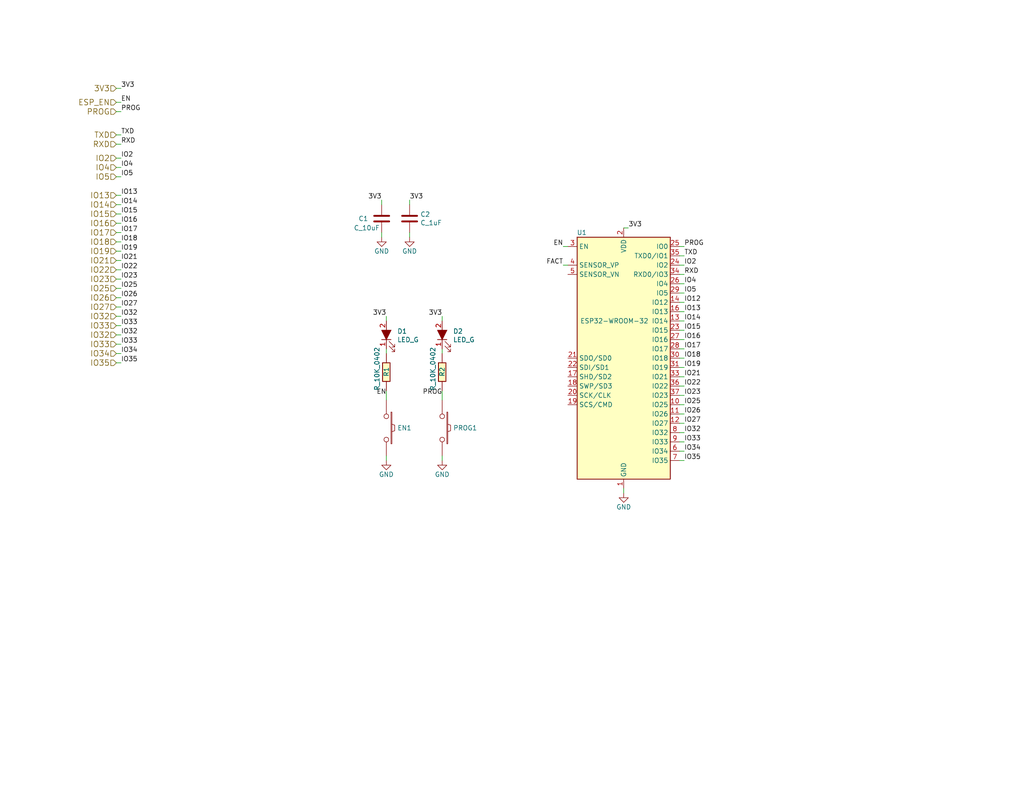
<source format=kicad_sch>
(kicad_sch (version 20211123) (generator eeschema)
  (paper "USLetter")
  (lib_symbols
    (symbol "Open_Automation:C_10uF" (pin_numbers hide) (pin_names (offset 0.254))
      (property "Reference" "C" (at 0.635 2.54 0))
      (property "Value" "Open_Automation_C_10uF" (at 1.27 -2.54 0))
      (symbol "C_10uF_0_1"
        (polyline (pts (xy -2.032 -0.762) (xy 2.032 -0.762)) (stroke (width 0.508)))
        (polyline (pts (xy -2.032 0.762) (xy 2.032 0.762)) (stroke (width 0.508)))
      )
      (symbol "C_10uF_1_1"
        (pin passive line (at 0 3.81 270) (length 2.794) (name "~") (number "1"))
        (pin passive line (at 0 -3.81 90) (length 2.794) (name "~") (number "2"))
      )
    )
    (symbol "Open_Automation:C_1uF" (pin_numbers hide) (pin_names (offset 0.254))
      (property "Reference" "C" (at 0.635 2.54 0))
      (property "Value" "Open_Automation_C_1uF" (at -5.715 -2.54 0))
      (symbol "C_1uF_0_1"
        (polyline (pts (xy -2.032 -0.762) (xy 2.032 -0.762)) (stroke (width 0.508)))
        (polyline (pts (xy -2.032 0.762) (xy 2.032 0.762)) (stroke (width 0.508)))
      )
      (symbol "C_1uF_1_1"
        (pin passive line (at 0 3.81 270) (length 2.794) (name "~") (number "1"))
        (pin passive line (at 0 -3.81 90) (length 2.794) (name "~") (number "2"))
      )
    )
    (symbol "Open_Automation:ESP32-WROOM-32"
      (property "Reference" "U" (at -12.7 34.29 0))
      (property "Value" "Open_Automation_ESP32-WROOM-32" (at 1.27 34.29 0))
      (symbol "ESP32-WROOM-32_0_1"
        (rectangle (start -12.7 33.02) (end 12.7 -33.02) (stroke (width 0.254)) (fill (type background)))
      )
      (symbol "ESP32-WROOM-32_1_1"
        (pin power_in line (at 0 -35.56 90) (length 2.54) (name "GND") (number "1"))
        (pin bidirectional line (at 15.24 -12.7 180) (length 2.54) (name "IO25") (number "10"))
        (pin bidirectional line (at 15.24 -15.24 180) (length 2.54) (name "IO26") (number "11"))
        (pin bidirectional line (at 15.24 -17.78 180) (length 2.54) (name "IO27") (number "12"))
        (pin bidirectional line (at 15.24 10.16 180) (length 2.54) (name "IO14") (number "13"))
        (pin bidirectional line (at 15.24 15.24 180) (length 2.54) (name "IO12") (number "14"))
        (pin passive line (at 0 -35.56 90) (length 2.54) hide (name "GND") (number "15"))
        (pin bidirectional line (at 15.24 12.7 180) (length 2.54) (name "IO13") (number "16"))
        (pin bidirectional line (at -15.24 -5.08 0) (length 2.54) (name "SHD/SD2") (number "17"))
        (pin bidirectional line (at -15.24 -7.62 0) (length 2.54) (name "SWP/SD3") (number "18"))
        (pin bidirectional line (at -15.24 -12.7 0) (length 2.54) (name "SCS/CMD") (number "19"))
        (pin power_in line (at 0 35.56 270) (length 2.54) (name "VDD") (number "2"))
        (pin bidirectional line (at -15.24 -10.16 0) (length 2.54) (name "SCK/CLK") (number "20"))
        (pin bidirectional line (at -15.24 0 0) (length 2.54) (name "SDO/SD0") (number "21"))
        (pin bidirectional line (at -15.24 -2.54 0) (length 2.54) (name "SDI/SD1") (number "22"))
        (pin bidirectional line (at 15.24 7.62 180) (length 2.54) (name "IO15") (number "23"))
        (pin bidirectional line (at 15.24 25.4 180) (length 2.54) (name "IO2") (number "24"))
        (pin bidirectional line (at 15.24 30.48 180) (length 2.54) (name "IO0") (number "25"))
        (pin bidirectional line (at 15.24 20.32 180) (length 2.54) (name "IO4") (number "26"))
        (pin bidirectional line (at 15.24 5.08 180) (length 2.54) (name "IO16") (number "27"))
        (pin bidirectional line (at 15.24 2.54 180) (length 2.54) (name "IO17") (number "28"))
        (pin bidirectional line (at 15.24 17.78 180) (length 2.54) (name "IO5") (number "29"))
        (pin input line (at -15.24 30.48 0) (length 2.54) (name "EN") (number "3"))
        (pin bidirectional line (at 15.24 0 180) (length 2.54) (name "IO18") (number "30"))
        (pin bidirectional line (at 15.24 -2.54 180) (length 2.54) (name "IO19") (number "31"))
        (pin no_connect line (at -12.7 -27.94 0) (length 2.54) hide (name "NC") (number "32"))
        (pin bidirectional line (at 15.24 -5.08 180) (length 2.54) (name "IO21") (number "33"))
        (pin bidirectional line (at 15.24 22.86 180) (length 2.54) (name "RXD0/IO3") (number "34"))
        (pin bidirectional line (at 15.24 27.94 180) (length 2.54) (name "TXD0/IO1") (number "35"))
        (pin bidirectional line (at 15.24 -7.62 180) (length 2.54) (name "IO22") (number "36"))
        (pin bidirectional line (at 15.24 -10.16 180) (length 2.54) (name "IO23") (number "37"))
        (pin passive line (at 0 -35.56 90) (length 2.54) hide (name "GND") (number "38"))
        (pin passive line (at 0 -35.56 90) (length 2.54) hide (name "GND") (number "39"))
        (pin input line (at -15.24 25.4 0) (length 2.54) (name "SENSOR_VP") (number "4"))
        (pin input line (at -15.24 22.86 0) (length 2.54) (name "SENSOR_VN") (number "5"))
        (pin input line (at 15.24 -25.4 180) (length 2.54) (name "IO34") (number "6"))
        (pin input line (at 15.24 -27.94 180) (length 2.54) (name "IO35") (number "7"))
        (pin bidirectional line (at 15.24 -20.32 180) (length 2.54) (name "IO32") (number "8"))
        (pin bidirectional line (at 15.24 -22.86 180) (length 2.54) (name "IO33") (number "9"))
      )
    )
    (symbol "Open_Automation:LED_G" (pin_names (offset 1.016) hide)
      (property "Reference" "D" (at 0 2.54 0))
      (property "Value" "Open_Automation_LED_G" (at 0 -2.54 0))
      (symbol "LED_G_0_1"
        (polyline (pts (xy -1.27 -1.27) (xy -1.27 1.27)) (stroke (width 0.2032)))
        (polyline (pts (xy 1.27 -1.27) (xy 1.27 1.27) (xy -1.27 0) (xy 1.27 -1.27)) (stroke (width 0.2032)) (fill (type outline)))
        (polyline (pts (xy -3.048 -0.762) (xy -4.572 -2.286) (xy -3.81 -2.286) (xy -4.572 -2.286) (xy -4.572 -1.524)))
        (polyline (pts (xy -1.778 -0.762) (xy -3.302 -2.286) (xy -2.54 -2.286) (xy -3.302 -2.286) (xy -3.302 -1.524)))
      )
      (symbol "LED_G_1_1"
        (pin passive line (at -3.81 0 0) (length 2.54) (name "K") (number "1"))
        (pin passive line (at 3.81 0 180) (length 2.54) (name "A") (number "2"))
      )
    )
    (symbol "Open_Automation:R_10K_0402" (pin_numbers hide) (pin_names (offset 0))
      (property "Reference" "R" (at 0 0 90))
      (property "Value" "Open_Automation_R_10K_0402" (at -1.905 0 90))
      (symbol "R_10K_0402_0_1"
        (rectangle (start -1.016 -2.54) (end 1.016 2.54) (stroke (width 0.254)) (fill (type background)))
      )
      (symbol "R_10K_0402_1_1"
        (pin passive line (at 0 -5.08 90) (length 2.54) (name "~") (number "1"))
        (pin passive line (at 0 5.08 270) (length 2.54) (name "~") (number "2"))
      )
    )
    (symbol "Open_Automation:SW_PUSH_SM" (pin_numbers hide) (pin_names (offset 1.016) hide)
      (property "Reference" "SW" (at 3.81 2.794 0))
      (symbol "SW_PUSH_SM_0_1"
        (rectangle (start -4.318 1.27) (end 4.318 1.524))
        (polyline (pts (xy -1.016 1.524) (xy -0.762 2.286) (xy 0.762 2.286) (xy 1.016 1.524)))
        (pin passive inverted (at -7.62 0 0) (length 5.08) (name "1") (number "1"))
        (pin passive inverted (at 7.62 0 180) (length 5.08) (name "2") (number "2"))
      )
    )
    (symbol "power:GND" (power) (pin_names (offset 0))
      (property "Value" "power_GND" (at 0 -3.81 0))
      (symbol "GND_0_1"
        (polyline (pts (xy 0 0) (xy 0 -1.27) (xy 1.27 -1.27) (xy 0 -2.54) (xy -1.27 -1.27) (xy 0 -1.27)))
      )
      (symbol "GND_1_1"
        (pin power_in line (at 0 0 270) (length 0) hide (name "GND") (number "1"))
      )
    )
  )
  (wire (pts (xy 33.02 58.42) (xy 31.75 58.42)))
  (wire (pts (xy 185.42 123.19) (xy 186.69 123.19)))
  (wire (pts (xy 33.02 48.26) (xy 31.75 48.26)))
  (wire (pts (xy 120.65 106.68) (xy 120.65 109.22)))
  (wire (pts (xy 105.41 96.52) (xy 105.41 95.25)))
  (wire (pts (xy 186.69 77.47) (xy 185.42 77.47)))
  (wire (pts (xy 186.69 113.03) (xy 185.42 113.03)))
  (wire (pts (xy 104.14 55.88) (xy 104.14 54.61)))
  (wire (pts (xy 33.02 83.82) (xy 31.75 83.82)))
  (wire (pts (xy 33.02 36.83) (xy 31.75 36.83)))
  (wire (pts (xy 111.76 54.61) (xy 111.76 55.88)))
  (wire (pts (xy 186.69 120.65) (xy 185.42 120.65)))
  (wire (pts (xy 186.69 72.39) (xy 185.42 72.39)))
  (wire (pts (xy 120.65 95.25) (xy 120.65 96.52)))
  (wire (pts (xy 33.02 78.74) (xy 31.75 78.74)))
  (wire (pts (xy 153.67 72.39) (xy 154.94 72.39)))
  (wire (pts (xy 171.45 62.23) (xy 170.18 62.23)))
  (wire (pts (xy 111.76 63.5) (xy 111.76 64.77)))
  (wire (pts (xy 120.65 125.73) (xy 120.65 124.46)))
  (wire (pts (xy 185.42 95.25) (xy 186.69 95.25)))
  (wire (pts (xy 33.02 39.37) (xy 31.75 39.37)))
  (wire (pts (xy 185.42 69.85) (xy 186.69 69.85)))
  (wire (pts (xy 186.69 110.49) (xy 185.42 110.49)))
  (wire (pts (xy 33.02 99.06) (xy 31.75 99.06)))
  (wire (pts (xy 33.02 66.04) (xy 31.75 66.04)))
  (wire (pts (xy 33.02 88.9) (xy 31.75 88.9)))
  (wire (pts (xy 33.02 63.5) (xy 31.75 63.5)))
  (wire (pts (xy 186.69 115.57) (xy 185.42 115.57)))
  (wire (pts (xy 186.69 97.79) (xy 185.42 97.79)))
  (wire (pts (xy 105.41 86.36) (xy 105.41 87.63)))
  (wire (pts (xy 33.02 73.66) (xy 31.75 73.66)))
  (wire (pts (xy 33.02 55.88) (xy 31.75 55.88)))
  (wire (pts (xy 33.02 60.96) (xy 31.75 60.96)))
  (wire (pts (xy 105.41 106.68) (xy 105.41 109.22)))
  (wire (pts (xy 33.02 27.94) (xy 31.75 27.94)))
  (wire (pts (xy 33.02 30.48) (xy 31.75 30.48)))
  (wire (pts (xy 186.69 92.71) (xy 185.42 92.71)))
  (wire (pts (xy 186.69 105.41) (xy 185.42 105.41)))
  (wire (pts (xy 186.69 67.31) (xy 185.42 67.31)))
  (wire (pts (xy 33.02 71.12) (xy 31.75 71.12)))
  (wire (pts (xy 33.02 93.98) (xy 31.75 93.98)))
  (wire (pts (xy 33.02 81.28) (xy 31.75 81.28)))
  (wire (pts (xy 33.02 68.58) (xy 31.75 68.58)))
  (wire (pts (xy 33.02 45.72) (xy 31.75 45.72)))
  (wire (pts (xy 33.02 96.52) (xy 31.75 96.52)))
  (wire (pts (xy 186.69 85.09) (xy 185.42 85.09)))
  (wire (pts (xy 186.69 87.63) (xy 185.42 87.63)))
  (wire (pts (xy 170.18 133.35) (xy 170.18 134.62)))
  (wire (pts (xy 33.02 91.44) (xy 31.75 91.44)))
  (wire (pts (xy 185.42 118.11) (xy 186.69 118.11)))
  (wire (pts (xy 185.42 100.33) (xy 186.69 100.33)))
  (wire (pts (xy 33.02 76.2) (xy 31.75 76.2)))
  (wire (pts (xy 104.14 64.77) (xy 104.14 63.5)))
  (wire (pts (xy 186.69 102.87) (xy 185.42 102.87)))
  (wire (pts (xy 153.67 67.31) (xy 154.94 67.31)))
  (wire (pts (xy 33.02 43.18) (xy 31.75 43.18)))
  (wire (pts (xy 186.69 82.55) (xy 185.42 82.55)))
  (wire (pts (xy 33.02 53.34) (xy 31.75 53.34)))
  (wire (pts (xy 186.69 125.73) (xy 185.42 125.73)))
  (wire (pts (xy 33.02 86.36) (xy 31.75 86.36)))
  (wire (pts (xy 33.02 24.13) (xy 31.75 24.13)))
  (wire (pts (xy 186.69 74.93) (xy 185.42 74.93)))
  (wire (pts (xy 186.69 80.01) (xy 185.42 80.01)))
  (wire (pts (xy 105.41 125.73) (xy 105.41 124.46)))
  (wire (pts (xy 120.65 86.36) (xy 120.65 87.63)))
  (wire (pts (xy 186.69 107.95) (xy 185.42 107.95)))
  (wire (pts (xy 185.42 90.17) (xy 186.69 90.17)))
  (label "IO19" (at 33.02 68.58 0))
  (label "IO21" (at 33.02 71.12 0))
  (label "IO5" (at 33.02 48.26 0))
  (label "IO33" (at 186.69 120.65 0))
  (label "IO25" (at 186.69 110.49 0))
  (label "3V3" (at 33.02 24.13 0))
  (label "IO35" (at 186.69 125.73 0))
  (label "IO32" (at 186.69 118.11 0))
  (label "IO13" (at 33.02 53.34 0))
  (label "3V3" (at 171.45 62.23 0))
  (label "IO25" (at 33.02 78.74 0))
  (label "PROG" (at 186.69 67.31 0))
  (label "IO4" (at 186.69 77.47 0))
  (label "IO2" (at 186.69 72.39 0))
  (label "EN" (at 153.67 67.31 180))
  (label "IO34" (at 186.69 123.19 0))
  (label "IO14" (at 186.69 87.63 0))
  (label "IO34" (at 33.02 96.52 0))
  (label "IO12" (at 186.69 82.55 0))
  (label "IO32" (at 33.02 86.36 0))
  (label "PROG" (at 120.65 107.95 180))
  (label "EN" (at 33.02 27.94 0))
  (label "IO18" (at 186.69 97.79 0))
  (label "IO33" (at 33.02 93.98 0))
  (label "IO22" (at 33.02 73.66 0))
  (label "IO26" (at 186.69 113.03 0))
  (label "IO5" (at 186.69 80.01 0))
  (label "PROG" (at 33.02 30.48 0))
  (label "IO22" (at 186.69 105.41 0))
  (label "IO18" (at 33.02 66.04 0))
  (label "RXD" (at 33.02 39.37 0))
  (label "IO23" (at 33.02 76.2 0))
  (label "IO17" (at 186.69 95.25 0))
  (label "3V3" (at 105.41 86.36 180))
  (label "IO2" (at 33.02 43.18 0))
  (label "IO17" (at 33.02 63.5 0))
  (label "IO16" (at 186.69 92.71 0))
  (label "TXD" (at 186.69 69.85 0))
  (label "IO33" (at 33.02 88.9 0))
  (label "IO27" (at 33.02 83.82 0))
  (label "IO19" (at 186.69 100.33 0))
  (label "IO15" (at 33.02 58.42 0))
  (label "IO32" (at 33.02 91.44 0))
  (label "EN" (at 105.41 107.95 180))
  (label "IO4" (at 33.02 45.72 0))
  (label "IO35" (at 33.02 99.06 0))
  (label "IO23" (at 186.69 107.95 0))
  (label "TXD" (at 33.02 36.83 0))
  (label "3V3" (at 120.65 86.36 180))
  (label "IO16" (at 33.02 60.96 0))
  (label "IO21" (at 186.69 102.87 0))
  (label "3V3" (at 111.76 54.61 0))
  (label "IO27" (at 186.69 115.57 0))
  (label "FACT" (at 153.67 72.39 180))
  (label "IO15" (at 186.69 90.17 0))
  (label "IO26" (at 33.02 81.28 0))
  (label "IO14" (at 33.02 55.88 0))
  (label "IO13" (at 186.69 85.09 0))
  (label "3V3" (at 104.14 54.61 180))
  (label "RXD" (at 186.69 74.93 0))
  (hierarchical_label "IO27" (shape input) (at 31.75 83.82 180) (effects (font (size 1.524 1.524))))
  (hierarchical_label "IO34" (shape input) (at 31.75 96.52 180) (effects (font (size 1.524 1.524))))
  (hierarchical_label "IO19" (shape input) (at 31.75 68.58 180) (effects (font (size 1.524 1.524))))
  (hierarchical_label "IO4" (shape input) (at 31.75 45.72 180) (effects (font (size 1.524 1.524))))
  (hierarchical_label "IO5" (shape input) (at 31.75 48.26 180) (effects (font (size 1.524 1.524))))
  (hierarchical_label "IO13" (shape input) (at 31.75 53.34 180) (effects (font (size 1.524 1.524))))
  (hierarchical_label "PROG" (shape input) (at 31.75 30.48 180) (effects (font (size 1.524 1.524))))
  (hierarchical_label "3V3" (shape input) (at 31.75 24.13 180) (effects (font (size 1.524 1.524))))
  (hierarchical_label "IO32" (shape input) (at 31.75 86.36 180) (effects (font (size 1.524 1.524))))
  (hierarchical_label "IO2" (shape input) (at 31.75 43.18 180) (effects (font (size 1.524 1.524))))
  (hierarchical_label "ESP_EN" (shape input) (at 31.75 27.94 180) (effects (font (size 1.524 1.524))))
  (hierarchical_label "IO25" (shape input) (at 31.75 78.74 180) (effects (font (size 1.524 1.524))))
  (hierarchical_label "IO35" (shape input) (at 31.75 99.06 180) (effects (font (size 1.524 1.524))))
  (hierarchical_label "IO23" (shape input) (at 31.75 76.2 180) (effects (font (size 1.524 1.524))))
  (hierarchical_label "IO18" (shape input) (at 31.75 66.04 180) (effects (font (size 1.524 1.524))))
  (hierarchical_label "IO17" (shape input) (at 31.75 63.5 180) (effects (font (size 1.524 1.524))))
  (hierarchical_label "TXD" (shape input) (at 31.75 36.83 180) (effects (font (size 1.524 1.524))))
  (hierarchical_label "IO33" (shape input) (at 31.75 88.9 180) (effects (font (size 1.524 1.524))))
  (hierarchical_label "IO32" (shape input) (at 31.75 91.44 180) (effects (font (size 1.524 1.524))))
  (hierarchical_label "RXD" (shape input) (at 31.75 39.37 180) (effects (font (size 1.524 1.524))))
  (hierarchical_label "IO21" (shape input) (at 31.75 71.12 180) (effects (font (size 1.524 1.524))))
  (hierarchical_label "IO26" (shape input) (at 31.75 81.28 180) (effects (font (size 1.524 1.524))))
  (hierarchical_label "IO33" (shape input) (at 31.75 93.98 180) (effects (font (size 1.524 1.524))))
  (hierarchical_label "IO14" (shape input) (at 31.75 55.88 180) (effects (font (size 1.524 1.524))))
  (hierarchical_label "IO22" (shape input) (at 31.75 73.66 180) (effects (font (size 1.524 1.524))))
  (hierarchical_label "IO15" (shape input) (at 31.75 58.42 180) (effects (font (size 1.524 1.524))))
  (hierarchical_label "IO16" (shape input) (at 31.75 60.96 180) (effects (font (size 1.524 1.524))))
  (symbol (lib_id "Open_Automation:C_10uF") (at 104.14 59.69 0) (unit 1)
    (property "Reference" "C1" (at 97.79 59.69 0) (effects (justify left)))
    (property "Value" "C_10uF" (at 96.52 62.23 0) (effects (justify left)))
    (property "Footprint" "Capacitor_SMD:C_0603_1608Metric_Pad1.08x0.95mm_HandSolder" (effects hide))
    (property "Datasheet" "https://datasheet.lcsc.com/szlcsc/Samsung-Electro-Mechanics-CL10A106MA8NRNC_C96446.pdf" (effects hide))
    (property "Part Number" "CL10A106MA8NRNC" (effects hide))
    (property "LCSC" "C96446" (effects hide))
  )
  (symbol (lib_id "Open_Automation:LED_G") (at 105.41 91.44 90) (unit 1)
    (property "Reference" "D1" (at 108.3818 90.4494 90) (effects (justify right)))
    (property "Value" "LED_G" (at 108.3818 92.7608 90) (effects (justify right)))
    (property "Footprint" "Diode_SMD:D_0603_1608Metric_Pad1.05x0.95mm_HandSolder" (effects hide))
    (property "Datasheet" "https://datasheet.lcsc.com/szlcsc/Everlight-Elec-19-217-BHC-ZL1M2RY-3T_C72041.pdf" (effects hide))
    (property "Part Number" "19-217/BHC-ZL1M2RY/3T" (effects hide))
    (property "LCSC" "C72041" (effects hide))
  )
  (symbol (lib_id "Open_Automation:LED_G") (at 120.65 91.44 90) (unit 1)
    (property "Reference" "D2" (at 123.6218 90.4494 90) (effects (justify right)))
    (property "Value" "LED_G" (at 123.6218 92.7608 90) (effects (justify right)))
    (property "Footprint" "Diode_SMD:D_0603_1608Metric_Pad1.05x0.95mm_HandSolder" (effects hide))
    (property "Datasheet" "https://datasheet.lcsc.com/szlcsc/Everlight-Elec-19-217-BHC-ZL1M2RY-3T_C72041.pdf" (effects hide))
    (property "Part Number" "19-217/BHC-ZL1M2RY/3T" (effects hide))
    (property "LCSC" "C72041" (effects hide))
  )
  (symbol (lib_id "power:GND") (at 111.76 64.77 0) (unit 1)
    (property "Reference" "#PWR04" (effects hide))
    (property "Value" "GND" (at 111.76 68.58 0))
  )
  (symbol (lib_id "power:GND") (at 104.14 64.77 0) (unit 1)
    (property "Reference" "#PWR02" (effects hide))
    (property "Value" "GND" (at 104.14 68.58 0))
  )
  (symbol (lib_id "Open_Automation:ESP32-WROOM-32") (at 170.18 97.79 0) (unit 1)
    (property "Reference" "U1" (at 158.75 63.5 0))
    (property "Value" "ESP32-WROOM-32" (at 167.64 87.63 0))
    (property "Footprint" "RF_Module:ESP32-WROOM-32" (effects hide))
    (property "Datasheet" "https://datasheet.lcsc.com/szlcsc/2007061615_Espressif-Systems-ESP32-WROOM-32_C82899.pdf" (effects hide))
    (property "LCSC" "C82899" (effects hide))
  )
  (symbol (lib_id "power:GND") (at 170.18 134.62 0) (unit 1)
    (property "Reference" "#PWR07" (effects hide))
    (property "Value" "GND" (at 170.18 138.43 0))
  )
  (symbol (lib_id "power:GND") (at 105.41 125.73 0) (unit 1)
    (property "Reference" "#PWR01" (effects hide))
    (property "Value" "GND" (at 105.41 129.54 0))
  )
  (symbol (lib_id "power:GND") (at 120.65 125.73 0) (unit 1)
    (property "Reference" "#PWR03" (effects hide))
    (property "Value" "GND" (at 120.65 129.54 0))
  )
  (symbol (lib_id "Open_Automation:SW_PUSH_SM") (at 105.41 116.84 270) (unit 1)
    (property "Reference" "EN1" (at 108.4072 116.84 90) (effects (justify left)))
    (property "Value" "SW_PUSH_SM" (effects hide))
    (property "Footprint" "Button_Switch_SMD:SW_SPST_TL3342" (effects hide))
    (property "Datasheet" "https://datasheet.lcsc.com/lcsc/2002271431_XKB-Connectivity-TS-1187A-B-A-B_C318884.pdf" (effects hide))
    (property "Part Number" "TS-1187A-B-A-B" (effects hide))
    (property "LCSC" "C318884" (effects hide))
  )
  (symbol (lib_id "Open_Automation:SW_PUSH_SM") (at 120.65 116.84 270) (unit 1)
    (property "Reference" "PROG1" (at 123.6472 116.84 90) (effects (justify left)))
    (property "Value" "SW_PUSH_SM" (effects hide))
    (property "Footprint" "Button_Switch_SMD:SW_SPST_TL3342" (effects hide))
    (property "Datasheet" "https://datasheet.lcsc.com/lcsc/2002271431_XKB-Connectivity-TS-1187A-B-A-B_C318884.pdf" (effects hide))
    (property "Part Number" "TS-1187A-B-A-B" (effects hide))
    (property "LCSC" "C318884" (effects hide))
  )
  (symbol (lib_id "Open_Automation:R_10K_0402") (at 105.41 101.6 0) (unit 1)
    (property "Reference" "R1" (at 105.41 102.87 90) (effects (justify left)))
    (property "Value" "R_10K_0402" (at 102.87 106.68 90) (effects (justify left)))
    (property "Footprint" "Resistor_SMD:R_0402_1005Metric_Pad0.72x0.64mm_HandSolder" (effects hide))
    (property "Datasheet" "https://datasheet.lcsc.com/szlcsc/Uniroyal-Elec-0402WGF1002TCE_C25744.pdf" (effects hide))
    (property "Part Number" "0402WGF1002TCE" (effects hide))
    (property "LCSC" "C25744" (effects hide))
  )
  (symbol (lib_id "Open_Automation:R_10K_0402") (at 120.65 101.6 0) (unit 1)
    (property "Reference" "R2" (at 120.65 102.87 90) (effects (justify left)))
    (property "Value" "R_10K_0402" (at 118.11 106.68 90) (effects (justify left)))
    (property "Footprint" "Resistor_SMD:R_0402_1005Metric_Pad0.72x0.64mm_HandSolder" (effects hide))
    (property "Datasheet" "https://datasheet.lcsc.com/szlcsc/Uniroyal-Elec-0402WGF1002TCE_C25744.pdf" (effects hide))
    (property "Part Number" "0402WGF1002TCE" (effects hide))
    (property "LCSC" "C25744" (effects hide))
  )
  (symbol (lib_id "Open_Automation:C_1uF") (at 111.76 59.69 0) (unit 1)
    (property "Reference" "C2" (at 114.681 58.5216 0) (effects (justify left)))
    (property "Value" "C_1uF" (at 114.681 60.833 0) (effects (justify left)))
    (property "Footprint" "Capacitor_SMD:C_0402_1005Metric_Pad0.74x0.62mm_HandSolder" (effects hide))
    (property "Datasheet" "https://datasheet.lcsc.com/szlcsc/Samsung-Electro-Mechanics-CL05A105KA5NQNC_C52923.pdf" (effects hide))
    (property "LCSC" "C52923" (effects hide))
    (property "Part Number" "CL05A105KA5NQNC" (effects hide))
  )
)
</source>
